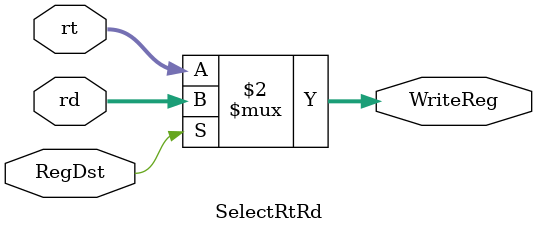
<source format=v>
`timescale 1ns / 1ps
module SelectRtRd(
  input [4:0]rt,
  input [4:0]rd,
  input RegDst,
  output [4:0]WriteReg
  );

assign WriteReg = RegDst==0?rt:rd;

endmodule

</source>
